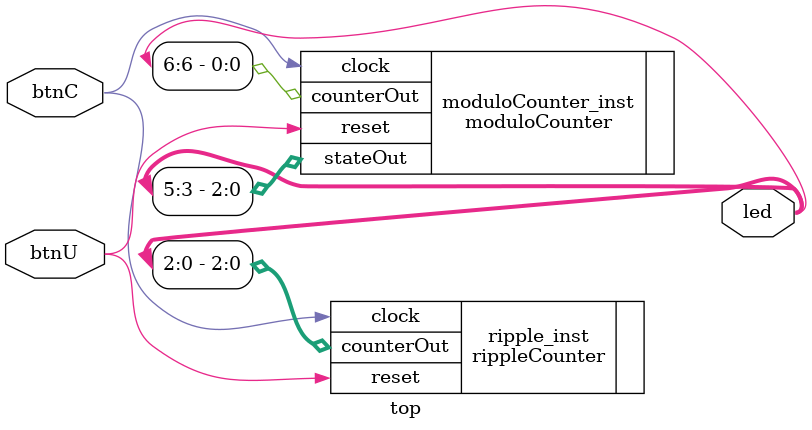
<source format=v>
`timescale 1ns / 1ps

module top(
    input btnU, btnC,
    output [6:0] led
    );
    
    rippleCounter ripple_inst(
        .clock(btnC),
        .reset(btnU),
        .counterOut(led[2:0])
    );
    
    moduloCounter moduloCounter_inst(
        .clock(btnC),
        .reset(btnU),
        .stateOut(led[5:3]),
        .counterOut(led[6])
    );
    
endmodule

</source>
